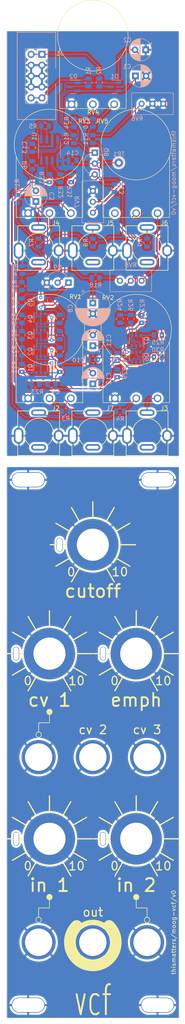
<source format=kicad_pcb>
(kicad_pcb (version 20221018) (generator pcbnew)
  (layers (0 "F.Cu" signal) (31 "B.Cu" signal) (34 "B.Paste" user) (35 "F.Paste" user) (36 "B.SilkS" user "B.Silkscreen") (37 "F.SilkS" user "F.Silkscreen") (38 "B.Mask" user) (39 "F.Mask" user) (44 "Edge.Cuts" user))
  (net 0 "")
  (net 1 "+12V")
  (net 2 "GND")
  (net 3 "-12V")
  (net 4 "Net-(Q5A-B1)")
  (net 5 "Net-(C3-Pad2)")
  (net 6 "Net-(Q4A-E1)")
  (net 7 "Net-(Q4B-E2)")
  (net 8 "Net-(Q3A-E1)")
  (net 9 "Net-(Q3B-E2)")
  (net 10 "Net-(Q2A-E1)")
  (net 11 "Net-(Q2B-E2)")
  (net 12 "Net-(Q1A-E1)")
  (net 13 "Net-(Q1B-E2)")
  (net 14 "Net-(C8-Pad1)")
  (net 15 "Net-(Q6A-B1)")
  (net 16 "Net-(Q6B-B2)")
  (net 17 "Net-(C11-Pad1)")
  (net 18 "/EMPH")
  (net 19 "Net-(Q6B-C2)")
  (net 20 "Net-(C12-Pad2)")
  (net 21 "Net-(D1-COM)")
  (net 22 "Net-(D2-COM)")
  (net 23 "/FACE")
  (net 24 "Net-(J1-Pin_1)")
  (net 25 "Net-(J1-Pin_10)")
  (net 26 "/IN1")
  (net 28 "/IN2")
  (net 30 "/CV1")
  (net 32 "/CV2")
  (net 34 "/CV3")
  (net 36 "/OUT")
  (net 38 "Net-(Q1A-B1)")
  (net 39 "Net-(Q2A-B1)")
  (net 40 "Net-(Q3A-B1)")
  (net 41 "Net-(Q4A-B1)")
  (net 42 "Net-(Q5A-E1)")
  (net 43 "Net-(Q5B-B2)")
  (net 44 "Net-(Q6A-E1)")
  (net 45 "Net-(Q6B-E2)")
  (net 46 "Net-(Q6A-C1)")
  (net 47 "Net-(Q7A-E1)")
  (net 48 "Net-(Q8-C)")
  (net 49 "Net-(Q8-B)")
  (net 50 "Net-(Q8-E)")
  (net 51 "Net-(Q9-C)")
  (net 52 "Net-(R3-Pad1)")
  (net 53 "Net-(U1A--)")
  (net 54 "Net-(R4-Pad1)")
  (net 55 "Net-(R5-Pad2)")
  (net 56 "Net-(R7-Pad1)")
  (net 57 "/FREQ")
  (net 58 "Net-(R11-Pad1)")
  (net 59 "Net-(R13-Pad1)")
  (net 60 "Net-(R18-Pad2)")
  (net 61 "Net-(U1B--)")
  (net 62 "Net-(R32-Pad1)")
  (net 63 "Net-(R34-Pad2)")
  (net 65 "Net-(RV5-Pad3)")
  (footprint "Eurorack:AudioJack2_Tayda_A-2566" (layer "F.Cu") (at 62.23 129.0634)
    (fp_text reference "J2")
    (fp_text value "AudioJack2_SwitchT")
  )
  (footprint "Eurorack:Potentiometer_RV16AF-41-15R1" (layer "F.Cu") (at 64.77 61.7534)
    (fp_text reference "RV3")
    (fp_text value "B50K")
  )
  (footprint "Eurorack:Potentiometer_RV16AF-41-15R1" (layer "F.Cu") (at 64.77 104.9334)
    (fp_text reference "RV1")
    (fp_text value "A50K")
  )
  (footprint "Eurorack:AudioJack2_Tayda_A-2566" (layer "F.Cu") (at 62.23 85.8834)
    (fp_text reference "J4")
    (fp_text value "AudioJack2_SwitchT")
  )
  (footprint "Eurorack:Mech-AudioJack-Hole-Output" (layer "F.Cu") (at 74.93 247.78)
    (fp_text reference "H15")
    (fp_text value "PATCH" hide)
  )
  (footprint "Eurorack:Mech-Potentiometer-Hole_level" (layer "F.Cu") (at 64.77 180.47)
    (fp_text reference "H6")
    (fp_text value "POT_LVL" hide)
  )
  (footprint "Eurorack:Mech-Potentiometer-Hole_level" (layer "F.Cu") (at 85.09 223.65)
    (fp_text reference "H9")
    (fp_text value "POT_LVL" hide)
  )
  (footprint "Eurorack:AudioJack2_Tayda_A-2566" (layer "F.Cu") (at 87.63 85.8834)
    (fp_text reference "J6")
    (fp_text value "AudioJack2_SwitchT")
  )
  (footprint "Eurorack:AudioJack2_Tayda_A-2566" (layer "F.Cu") (at 87.63 129.0634)
    (fp_text reference "J3")
    (fp_text value "AudioJack2_SwitchT")
  )
  (footprint "Eurorack:Mech-MountingHole" (layer "F.Cu") (at 59.78 262.43)
    (fp_text reference "H4")
    (fp_text value "MountingHole")
  )
  (footprint "Eurorack:Mech-AudioJack-Hole" (layer "F.Cu") (at 87.63 204.6)
    (fp_text reference "H12")
    (fp_text value "PATCH" hide)
  )
  (footprint "Eurorack:Potentiometer_RV16AF-41-15R1" (layer "F.Cu") (at 74.93 36.3534)
    (fp_text reference "RV4")
    (fp_text value "B10K")
  )
  (footprint "Eurorack:Potentiometer_RV16AF-41-15R1" (layer "F.Cu") (at 85.09 104.9334)
    (fp_text reference "RV2")
    (fp_text value "A50K")
  )
  (footprint "Eurorack:Mech-Potentiometer-Hole_level" (layer "F.Cu") (at 74.93 155.07)
    (fp_text reference "H5")
    (fp_text value "POT_LVL" hide)
  )
  (footprint "Eurorack:Mech-Potentiometer-Hole_level" (layer "F.Cu") (at 85.09 180.47)
    (fp_text reference "H7")
    (fp_text value "POT_LVL" hide)
  )
  (footprint "Eurorack:Mech-MountingHole" (layer "F.Cu") (at 90.08 262.43)
    (fp_text reference "H3")
    (fp_text value "MountingHole")
  )
  (footprint "Eurorack:Mech-AudioJack-Hole" (layer "F.Cu") (at 87.63 247.78)
    (fp_text reference "H14")
    (fp_text value "PATCH" hide)
  )
  (footprint "Eurorack:Mech-AudioJack-Hole" (layer "F.Cu") (at 74.93 204.6)
    (fp_text reference "H11")
    (fp_text value "PATCH" hide)
  )
  (footprint "Eurorack:Mech-Potentiometer-Hole_level" (layer "F.Cu") (at 64.77 223.65)
    (fp_text reference "H8")
    (fp_text value "POT_LVL" hide)
  )
  (footprint "Eurorack:Mech-MountingHole" (layer "F.Cu") (at 90.08 139.93)
    (fp_text reference "H2")
    (fp_text value "MountingHole")
  )
  (footprint "Eurorack:AudioJack2_Tayda_A-2566" (layer "F.Cu") (at 74.93 129.0634)
    (fp_text reference "J7")
    (fp_text value "AudioJack2_SwitchT")
  )
  (footprint "Eurorack:Potentiometer_RV16AF-41-15R1" (layer "F.Cu") (at 85.09 61.7534)
    (fp_text reference "RV5")
    (fp_text value "C50K")
  )
  (footprint "Eurorack:Mech-MountingHole" (layer "F.Cu") (at 59.78 139.93)
    (fp_text reference "H1")
    (fp_text value "MountingHole")
  )
  (footprint "Eurorack:Mech-AudioJack-Hole" (layer "F.Cu") (at 62.23 247.78)
    (fp_text reference "H13")
    (fp_text value "PATCH" hide)
  )
  (footprint "Eurorack:AudioJack2_Tayda_A-2566" (layer "F.Cu") (at 74.93 85.8834)
    (fp_text reference "J5")
    (fp_text value "AudioJack2_SwitchT")
  )
  (footprint "Eurorack:Mech-AudioJack-Hole" (layer "F.Cu") (at 62.23 204.6)
    (fp_text reference "H10")
    (fp_text value "PATCH" hide)
  )
  (footprint "Resistor_SMD:R_0805_2012Metric" (layer "B.Cu") (at 58.42 90.9634 -90)
    (fp_text reference "R14")
    (fp_text value "220")
  )
  (footprint "Resistor_SMD:R_0805_2012Metric" (layer "B.Cu") (at 75.565 92.8684)
    (fp_text reference "R18")
    (fp_text value "330")
  )
  (footprint "Package_SO:TSOP-6_1.65x3.05mm_P0.95mm" (layer "B.Cu") (at 85.09 111.2834 90)
    (fp_text reference "Q6")
    (fp_text value "BCM847")
  )
  (footprint "Resistor_SMD:R_0805_2012Metric" (layer "B.Cu") (at 70.485 60.4834 90)
    (fp_text reference "R12")
    (fp_text value "470")
  )
  (footprint "Resistor_SMD:R_0805_2012Metric" (layer "B.Cu") (at 60.706 66.5794 90)
    (fp_text reference "R6")
    (fp_text value "10K")
  )
  (footprint "Resistor_SMD:R_0805_2012Metric" (layer "B.Cu") (at 81.28 102.3934 90)
    (fp_text reference "R24")
    (fp_text value "220K")
  )
  (footprint "Capacitor_THT:CP_Radial_D5.0mm_P2.50mm" (layer "B.Cu") (at 61.595 75.023513 90)
    (fp_text reference "C3")
    (fp_text value "10u")
  )
  (footprint "Capacitor_SMD:C_0805_2012Metric" (layer "B.Cu") (at 67.183 102.3934 -90)
    (fp_text reference "C4")
    (fp_text value "47n")
  )
  (footprint "Resistor_SMD:R_0805_2012Metric" (layer "B.Cu") (at 86.36 102.3934 -90)
    (fp_text reference "R27")
    (fp_text value "220K")
  )
  (footprint "Package_TO_SOT_SMD:SOT-23" (layer "B.Cu") (at 80.01 48.2914 180)
    (fp_text reference "D1")
    (fp_text value "BAT54S")
  )
  (footprint "Resistor_SMD:R_0805_2012Metric" (layer "B.Cu") (at 58.293 113.8234 90)
    (fp_text reference "R22")
    (fp_text value "330")
  )
  (footprint "Package_SO:TSOP-6_1.65x3.05mm_P0.95mm" (layer "B.Cu") (at 62.738 98.5834 -90)
    (fp_text reference "Q5")
    (fp_text value "BCM847")
  )
  (footprint "Resistor_SMD:R_0805_2012Metric" (layer "B.Cu") (at 90.17 111.2834 180)
    (fp_text reference "R30")
    (fp_text value "47K")
  )
  (footprint "Resistor_SMD:R_0805_2012Metric" (layer "B.Cu") (at 58.293 98.5834 -90)
    (fp_text reference "R16")
    (fp_text value "1K")
  )
  (footprint "Capacitor_SMD:C_0805_2012Metric" (layer "B.Cu") (at 67.183 113.8234 -90)
    (fp_text reference "C7")
    (fp_text value "47n")
  )
  (footprint "Capacitor_THT:CP_Radial_D8.0mm_P2.50mm" (layer "B.Cu") (at 74.93 98.700749 -90)
    (fp_text reference "C8")
    (fp_text value "220u")
  )
  (footprint "Resistor_SMD:R_0805_2012Metric" (layer "B.Cu") (at 83.82 102.3934 -90)
    (fp_text reference "R26")
    (fp_text value "1K")
  )
  (footprint "Resistor_SMD:R_0805_2012Metric" (layer "B.Cu") (at 81.28 123.9834 180)
    (fp_text reference "R4")
    (fp_text value "120K")
  )
  (footprint "Resistor_SMD:R_0805_2012Metric" (layer "B.Cu") (at 67.31 69.6274 90)
    (fp_text reference "R32")
    (fp_text value "120K")
  )
  (footprint "Resistor_SMD:R_0805_2012Metric" (layer "B.Cu") (at 64.77 69.6274 90)
    (fp_text reference "R33")
    (fp_text value "1K")
  )
  (footprint "Package_TO_SOT_SMD:SOT-23" (layer "B.Cu") (at 70.358 48.2914 180)
    (fp_text reference "D2")
    (fp_text value "BAT54S")
  )
  (footprint "Resistor_SMD:R_0805_2012Metric" (layer "B.Cu") (at 58.293 110.0134 -90)
    (fp_text reference "R21")
    (fp_text value "150")
  )
  (footprint "Resistor_SMD:R_0805_2012Metric" (layer "B.Cu") (at 70.485 56.6734 90)
    (fp_text reference "R34")
    (fp_text value "680")
  )
  (footprint "Package_TO_SOT_THT:TO-92L_Inline_Wide" (layer "B.Cu") (at 69.225 93.9534 180)
    (fp_text reference "Q9")
    (fp_text value "BC547")
  )
  (footprint "Resistor_SMD:R_0805_2012Metric" (layer "B.Cu") (at 76.454 47.2754 90)
    (fp_text reference "R2")
    (fp_text value "10")
  )
  (footprint "Capacitor_SMD:C_0805_2012Metric" (layer "B.Cu") (at 70.165 65.405 180)
    (fp_text reference "C14")
    (fp_text value "100P")
  )
  (footprint "Capacitor_THT:CP_Radial_D5.0mm_P2.50mm" (layer "B.Cu") (at 84.900888 45.7514)
    (fp_text reference "C1")
    (fp_text value "22u 35V")
  )
  (footprint "Resistor_SMD:R_0805_2012Metric" (layer "B.Cu") (at 69.85 69.6274 90)
    (fp_text reference "R31")
    (fp_text value "56K")
  )
  (footprint "Package_SO:TSOP-6_1.65x3.05mm_P0.95mm" (layer "B.Cu") (at 62.738 106.2034 -90)
    (fp_text reference "Q3")
    (fp_text value "BCM847")
  )
  (footprint "Resistor_SMD:R_0805_2012Metric" (layer "B.Cu") (at 57.15 74.4534 90)
    (fp_text reference "R15")
    (fp_text value "470")
  )
  (footprint "Capacitor_SMD:C_0805_2012Metric" (layer "B.Cu") (at 74.93 111.9184)
    (fp_text reference "C10")
    (fp_text value "220n")
  )
  (footprint "Resistor_SMD:R_0805_2012Metric" (layer "B.Cu") (at 80.645 115.0934 -90)
    (fp_text reference "R29")
    (fp_text value "180")
  )
  (footprint "Capacitor_THT:CP_Radial_D5.0mm_P2.50mm" (layer "B.Cu") (at 74.93 108.678513 90)
    (fp_text reference "C11")
    (fp_text value "10u")
  )
  (footprint "Resistor_SMD:R_0805_2012Metric" (layer "B.Cu") (at 74.93 60.4834 -90)
    (fp_text reference "R11")
    (fp_text value "1.8K")
  )
  (footprint "Resistor_SMD:R_0805_2012Metric" (layer "B.Cu") (at 58.293 106.2034 -90)
    (fp_text reference "R20")
    (fp_text value "150")
  )
  (footprint "Resistor_SMD:R_0805_2012Metric" (layer "B.Cu") (at 61.468 117.6334 180)
    (fp_text reference "R23")
    (fp_text value "47K")
  )
  (footprint "Resistor_SMD:R_0805_2012Metric" (layer "B.Cu") (at 58.293 102.3934 -90)
    (fp_text reference "R19")
    (fp_text value "150")
  )
  (footprint "Capacitor_SMD:C_0805_2012Metric" (layer "B.Cu") (at 65.278 117.6334 180)
    (fp_text reference "C9")
    (fp_text value "220n")
  )
  (footprint "Package_SO:TSOP-6_1.65x3.05mm_P0.95mm" (layer "B.Cu") (at 62.738 102.3934 -90)
    (fp_text reference "Q4")
    (fp_text value "BCM847")
  )
  (footprint "Resistor_SMD:R_0805_2012Metric" (layer "B.Cu") (at 74.93 56.6734 -90)
    (fp_text reference "R10")
    (fp_text value "150K")
  )
  (footprint "Package_SO:TSOP-6_1.65x3.05mm_P0.95mm" (layer "B.Cu") (at 85.09 107.4734 90)
    (fp_text reference "Q7")
    (fp_text value "BCM847")
  )
  (footprint "Resistor_SMD:R_0805_2012Metric" (layer "B.Cu") (at 87.63 84.6134 -90)
    (fp_text reference "R9")
    (fp_text value "100K")
  )
  (footprint "Resistor_SMD:R_0805_2012Metric" (layer "B.Cu") (at 68.58 123.9834)
    (fp_text reference "R3")
    (fp_text value "120K")
  )
  (footprint "Resistor_SMD:R_0805_2012Metric" (layer "B.Cu") (at 63.754 57.4354 180)
    (fp_text reference "R5")
    (fp_text value "56K")
  )
  (footprint "Capacitor_THT:CP_Radial_D5.0mm_P2.50mm" (layer "B.Cu") (at 74.93 117.568513 90)
    (fp_text reference "C12")
    (fp_text value "10u")
  )
  (footprint "Potentiometer_THT:Potentiometer_Bourns_3296W_Vertical" (layer "B.Cu") (at 74.93 77.6384 -90)
    (fp_text reference "RV7")
    (fp_text value "10K")
  )
  (footprint "Resistor_SMD:R_0805_2012Metric" (layer "B.Cu") (at 80.01 71.9134 90)
    (fp_text reference "R13")
    (fp_text value "100K")
  )
  (footprint "Package_SO:TSOP-6_1.65x3.05mm_P0.95mm" (layer "B.Cu") (at 62.738 110.0134 -90)
    (fp_text reference "Q2")
    (fp_text value "BCM847")
  )
  (footprint "Package_TO_SOT_THT:TO-92L_Inline_Wide" (layer "B.Cu") (at 75.38 63.6484 -90)
    (fp_text reference "Q8")
    (fp_text value "BC557")
  )
  (footprint "Capacitor_SMD:C_0805_2012Metric" (layer "B.Cu") (at 60.706 62.5154 90)
    (fp_text reference "C13")
    (fp_text value "100n")
  )
  (footprint "Resistor_SMD:R_0805_2012Metric" (layer "B.Cu") (at 90.17 106.2034)
    (fp_text reference "R25")
    (fp_text value "22")
  )
  (footprint "Eurorack:PinHeader_2x05_P2.54mm_Vertical" (layer "B.Cu") (at 63.0047 40.7095 180)
    (fp_text reference "J1")
    (fp_text value "Conn_02x05_Odd_Even")
  )
  (footprint "Resistor_SMD:R_0805_2012Metric" (layer "B.Cu") (at 74.93 84.6134 -90)
    (fp_text reference "R8")
    (fp_text value "100K")
  )
  (footprint "Potentiometer_THT:Potentiometer_Bourns_3296W_Vertical" (layer "B.Cu") (at 81.27 93.5034 180)
    (fp_text reference "RV8")
    (fp_text value "1K")
  )
  (footprint "Capacitor_THT:CP_Radial_D5.0mm_P2.50mm" (layer "B.Cu") (at 87.311113 39.6554 180)
    (fp_text reference "C2")
    (fp_text value "22u 35V")
  )
  (footprint "TestPoint:TestPoint_THTPad_D2.0mm_Drill1.0mm" (layer "B.Cu") (at 81 66 180)
    (fp_text reference "TP1")
    (fp_text value "TestPoint")
  )
  (footprint "Resistor_SMD:R_0805_2012Metric" (layer "B.Cu") (at 58.293 94.7734 -90)
    (fp_text reference "R17")
    (fp_text value "150")
  )
  (footprint "Package_SO:SOIC-8_3.9x4.9mm_P1.27mm" (layer "B.Cu") (at 64.77 63.0234 -90)
    (fp_text reference "U1")
    (fp_text value "TL072")
  )
  (footprint "Package_SO:TSOP-6_1.65x3.05mm_P0.95mm" (layer "B.Cu") (at 62.738 113.8234 -90)
    (fp_text reference "Q1")
    (fp_text value "BCM847")
  )
  (footprint "Resistor_SMD:R_0805_2012Metric" (layer "B.Cu") (at 80.645 111.2834 90)
    (fp_text reference "R28")
    (fp_text value "1K")
  )
  (footprint "Capacitor_SMD:C_0805_2012Metric" (layer "B.Cu") (at 67.183 106.2034 -90)
    (fp_text reference "C5")
    (fp_text value "47n")
  )
  (footprint "Resistor_SMD:R_0805_2012Metric" (layer "B.Cu") (at 73.914 47.2754 90)
    (fp_text reference "R1")
    (fp_text value "10")
  )
  (footprint "Resistor_SMD:R_0805_2012Metric" (layer "B.Cu") (at 62.23 84.6134 -90)
    (fp_text reference "R7")
    (fp_text value "100K")
  )
  (footprint "Capacitor_SMD:C_0805_2012Metric" (layer "B.Cu") (at 67.183 110.0134 -90)
    (fp_text reference "C6")
    (fp_text value "47n")
  )
  (footprint "Potentiometer_THT:Potentiometer_Bourns_3296W_Vertical" (layer "B.Cu") (at 86.35 52.2284 180)
    (fp_text reference "RV6")
    (fp_text value "500")
  )
  (gr_line (start 62.23 196.596) (end 64.77 196.596) (stroke (width 0.15)) (layer "F.SilkS"))
  (gr_line (start 87.63 241.935) (end 87.63 239.776) (stroke (width 0.15)) (layer "F.SilkS"))
  (gr_circle (center 62.23 199.39) (end 62.865 199.39) (stroke (width 0.15)) (fill none) (layer "F.SilkS"))
  (gr_circle (center 64.77 237.236) (end 65.405 237.236) (stroke (width 0.15)) (fill solid) (layer "F.SilkS"))
  (gr_line (start 85.09 239.776) (end 85.09 236.855) (stroke (width 0.15)) (layer "F.SilkS"))
  (gr_line (start 62.23 239.776) (end 64.77 239.776) (stroke (width 0.15)) (layer "F.SilkS"))
  (gr_line (start 64.77 239.776) (end 64.77 236.855) (stroke (width 0.15)) (layer "F.SilkS"))
  (gr_line (start 64.77 196.596) (end 64.77 193.675) (stroke (width 0.15)) (layer "F.SilkS"))
  (gr_circle (center 87.63 242.57) (end 86.995 242.57) (stroke (width 0.15)) (fill none) (layer "F.SilkS"))
  (gr_line (start 62.23 198.755) (end 62.23 196.596) (stroke (width 0.15)) (layer "F.SilkS"))
  (gr_circle (center 62.23 242.57) (end 62.865 242.57) (stroke (width 0.15)) (fill none) (layer "F.SilkS"))
  (gr_line (start 62.23 241.935) (end 62.23 239.776) (stroke (width 0.15)) (layer "F.SilkS"))
  (gr_circle (center 64.77 194.056) (end 65.405 194.056) (stroke (width 0.15)) (fill solid) (layer "F.SilkS"))
  (gr_line (start 87.63 239.776) (end 85.09 239.776) (stroke (width 0.15)) (layer "F.SilkS"))
  (gr_circle (center 85.09 237.236) (end 84.455 237.236) (stroke (width 0.15)) (fill solid) (layer "F.SilkS"))
  (gr_rect (start 54.78 35.312) (end 95.08 134.39) (stroke (width 0.1)) (fill none) (layer "Edge.Cuts"))
  (gr_rect (start 54.78 136.93) (end 95.08 265.43) (stroke (width 0.1)) (fill none) (layer "Edge.Cuts"))
  (gr_text "thismatters/moog-vcf/v0" (at 94.43 58.43 90) (layer "B.SilkS") (effects (font (size 1 1)) (justify left bottom mirror)))
  (gr_text "cv 3" (at 87.63 199.39) (layer "F.SilkS") (effects (font (size 2 2) (thickness 0.3)) (justify bottom)))
  (gr_text "out" (at 74.93 241.935) (layer "F.SilkS") (effects (font (size 2 2) (thickness 0.3)) (justify bottom)))
  (gr_text "in 1" (at 64.77 236.22) (layer "F.SilkS") (effects (font (size 3 3) (thickness 0.45)) (justify bottom)))
  (gr_text "thismatters/moog-vcf/v0" (at 94.43 255.43 90) (layer "F.SilkS") (effects (font (size 1 1)) (justify left bottom)))
  (gr_text "vcf" (at 74.93 265.43) (layer "F.SilkS") (effects (font (size 7 4) (thickness 0.45)) (justify bottom)))
  (gr_text "emph" (at 85.09 193.04) (layer "F.SilkS") (effects (font (size 3 3) (thickness 0.45)) (justify bottom)))
  (gr_text "cv 1" (at 64.77 193.04) (layer "F.SilkS") (effects (font (size 3 3) (thickness 0.45)) (justify bottom)))
  (gr_text "cv 2" (at 74.93 199.39) (layer "F.SilkS") (effects (font (size 2 2) (thickness 0.3)) (justify bottom)))
  (gr_text "in 2\n" (at 85.09 236.22) (layer "F.SilkS") (effects (font (size 3 3) (thickness 0.45)) (justify bottom)))
  (gr_text "cutoff" (at 74.93 167.64) (layer "F.SilkS") (effects (font (size 3 3) (thickness 0.45)) (justify bottom)))
  (segment (start 80.645 116.0059) (end 77.957387 118.693513) (width 0.25) (layer "F.Cu") (net 1))
  (segment (start 67.945 116.3634) (end 70.275113 118.693513) (width 0.25) (layer "F.Cu") (net 1))
  (segment (start 85.28 83.532004) (end 85.28 91.6106) (width 0.25) (layer "F.Cu") (net 1))
  (segment (start 65.4 112.8) (end 65.3 112.7) (width 0.25) (layer "F.Cu") (net 1))
  (segment (start 91.0825 105.1825) (end 91.0825 106.2034) (width 0.25) (layer "F.Cu") (net 1))
  (segment (start 87.395 93.070546) (end 87.395 99.420596) (width 0.25) (layer "F.Cu") (net 1))
  (segment (start 65.4 116.3634) (end 59.9205 116.3634) (width 0.25) (layer "F.Cu") (net 1))
  (segment (start 84.27 79.312) (end 84.27 82.522004) (width 0.25) (layer "F.Cu") (net 1))
  (segment (start 85.597412 78.9784) (end 84.6036 78.9784) (width 0.25) (layer "F.Cu") (net 1))
  (segment (start 91.0825 106.2034) (end 91.0825 112.6061) (width 0.25) (layer "F.Cu") (net 1))
  (segment (start 86.315 78.260812) (end 85.597412 78.9784) (width 0.25) (layer "F.Cu") (net 1))
  (segment (start 84.900888 67.3668) (end 84.900888 67.667512) (width 0.25) (layer "F.Cu") (net 1))
  (segment (start 88.123103 102.223103) (end 91.0825 105.1825) (width 0.25) (layer "F.Cu") (net 1))
  (segment (start 86.076897 102.223103) (end 88.123103 102.223103) (width 0.25) (layer "F.Cu") (net 1))
  (segment (start 77.957387 118.693513) (end 70.275113 118.693513) (width 0.25) (layer "F.Cu") (net 1))
  (segment (start 67.945 116.3634) (end 65.4 116.3634) (width 0.25) (layer "F.Cu") (net 1))
  (segment (start 86.315 68.780912) (end 86.315 78.260812) (width 0.25) (layer "F.Cu") (net 1))
  (segment (start 84.900888 45.7514) (end 84.900888 67.3668) (width 0.25) (layer "F.Cu") (net 1))
  (segment (start 84.27 82.522004) (end 85.28 83.532004) (width 0.25) (layer "F.Cu") (net 1))
  (segment (start 84.900888 67.667512) (end 74.93 77.6384) (width 0.25) (layer "F.Cu") (net 1))
  (segment (start 91.0825 112.6061) (end 87.6827 116.0059) (width 0.25) (layer "F.Cu") (net 1))
  (segment (start 85.28 91.6106) (end 86.1278 92.4584) (width 0.25) (layer "F.Cu") (net 1))
  (segment (start 87.395 99.420596) (end 85.635 101.180595) (width 0.25) (layer "F.Cu") (net 1))
  (segment (start 87.6827 116.0059) (end 80.645 116.0059) (width 0.25) (layer "F.Cu") (net 1))
  (segment (start 86.1278 92.4584) (end 86.782854 92.4584) (width 0.25) (layer "F.Cu") (net 1))
  (segment (start 85.635 101.781205) (end 86.076897 102.223103) (width 0.25) (layer "F.Cu") (net 1))
  (segment (start 86.782854 92.4584) (end 87.395 93.070546) (width 0.25) (layer "F.Cu") (net 1))
  (segment (start 65.4 116.3634) (end 65.4 112.8) (width 0.25) (layer "F.Cu") (net 1))
  (segment (start 59.9205 116.3634) (end 58.293 114.7359) (width 0.25) (layer "F.Cu") (net 1))
  (segment (start 84.6036 78.9784) (end 84.27 79.312) (width 0.25) (layer "F.Cu") (net 1))
  (segment (start 85.635 101.180595) (end 85.635 101.781205) (width 0.25) (layer "F.Cu") (net 1))
  (segment (start 84.900888 67.3668) (end 86.315 68.780912) (width 0.25) (layer "F.Cu") (net 1))
  (via (at 91.0825 106.2034) (size 0.8) (drill 0.4) (layers "F.Cu" "B.Cu") (net 1))
  (via (at 80.645 116.0059) (size 0.8) (drill 0.4) (layers "F.Cu" "B.Cu") (net 1))
  (via (at 58.293 114.7359) (size 0.8) (drill 0.4) (layers "F.Cu" "B.Cu") (net 1))
  (via (at 65.3 112.7) (size 0.8) (drill 0.4) (layers "F.Cu" "B.Cu") (net 1))
  (segment (start 67.75 50.586396) (end 69.094996 49.2414) (width 0.25) (layer "B.Cu") (net 1))
  (segment (start 62.672 63.4654) (end 62.865 63.6584) (width 0.25) (layer "B.Cu") (net 1))
  (segment (start 66.0806 63.4654) (end 69.0626 60.4834) (width 0.25) (layer "B.Cu") (net 1))
  (segment (start 65.3 112.7) (end 63.7246 112.7) (width 0.25) (layer "B.Cu") (net 1))
  (segment (start 62.672 63.4654) (end 66.0806 63.4654) (width 0.25) (layer "B.Cu") (net 1))
  (segment (start 84.900888 46.448512) (end 84.900888 45.7514) (width 0.25) (layer "B.Cu") (net 1))
  (segment (start 62.865 63.6584) (end 62.865 65.4984) (width 0.25) (layer "B.Cu") (net 1))
  (segment (start 61.788 114.9834) (end 58.5405 114.9834) (width 0.25) (layer "B.Cu") (net 1))
  (segment (start 71.1051 60.4834) (end 71.51 60.0785) (width 0.25) (layer "B.Cu") (net 1))
  (segment (start 63.7246 112.7) (end 63.688 112.6634) (width 0.25) (layer "B.Cu") (net 1))
  (segment (start 69.0626 60.4834) (end 71.1051 60.4834) (width 0.25) (layer "B.Cu") (net 1))
  (segment (start 69.094996 49.2414) (end 71.2955 49.2414) (width 0.25) (layer "B.Cu") (net 1))
  (segment (start 71.2955 49.2414) (end 80.9475 49.2414) (width 0.25) (layer "B.Cu") (net 1))
  (segment (start 80.9475 49.2414) (end 82.108 49.2414) (width 0.25) (layer "B.Cu") (net 1))
  (segment (start 60.706 63.4654) (end 62.672 63.4654) (width 0.25) (layer "B.Cu") (net 1))
  (segment (start 71.51 58.6109) (end 70.485 57.5859) (width 0.25) (layer "B.Cu") (net 1))
  (segment (start 82.108 49.2414) (end 84.900888 46.448512) (width 0.25) (layer "B.Cu") (net 1))
  (segment (start 58.5405 114.9834) (end 58.293 114.7359) (width 0.25) (layer "B.Cu") (net 1))
  (segment (start 71.51 60.0785) (end 71.51 58.6109) (width 0.25) (layer "B.Cu") (net 1))
  (segment (start 69.136396 57.5859) (end 67.75 56.199504) (width 0.25) (layer "B.Cu") (net 1))
  (segment (start 70.485 57.5859) (end 69.136396 57.5859) (width 0.25) (layer "B.Cu") (net 1))
  (segment (start 67.75 56.199504) (end 67.75 50.586396) (width 0.25) (layer "B.Cu") (net 1))
  (segment (start 63.0047 43.2495) (end 60.4647 43.2495) (width 0.25) (layer "F.Cu") (net 2))
  (segment (start 88.5952 108.8704) (end 88.5952 108.464) (width 0.25) (layer "F.Cu") (net 2))
  (segment (start 63.0047 45.7895) (end 65.7479 45.7895) (width 0.25) (layer "F.Cu") (net 2))
  (segment (start 60.4647 43.2495) (end 60.4647 48.3295) (width 0.25) (layer "F.Cu") (net 2))
  (segment (start 63.0047 48.3295) (end 60.4647 48.3295) (width 0.25) (layer "F.Cu") (net 2))
  (via (at 88.5952 108.8704) (size 0.8) (drill 0.4) (layers "F.Cu" "B.Cu") (net 2))
  (segment (start 69.1216 65.4984) (end 69.215 65.405) (width 0.25) (layer "B.Cu") (net 2))
  (segment (start 69.03 55.8869) (end 69.8915 56.7484) (width 0.25) (layer "B.Cu") (net 2))
  (segment (start 71.1801 56.7484) (end 72.7 58.2683) (width 0.25) (layer "B.Cu") (net 2))
  (segment (start 69.8915 56.7484) (end 71.1801 56.7484) (width 0.25) (layer "B.Cu") (net 2))
  (segment (start 66.675 65.4984) (end 69.1216 65.4984) (width 0.25) (layer "B.Cu") (net 2))
  (segment (start 69.93 52.3534) (end 69.03 53.2534) (width 0.25) (layer "B.Cu") (net 2))
  (segment (start 91.0082 111.2834) (end 88.5952 108.8704) (width 0.25) (layer "B.Cu") (net 2))
  (segment (start 91.0825 111.2834) (end 91.0082 111.2834) (width 0.25) (layer "B.Cu") (net 2))
  (segment (start 72.7 58.2683) (end 72.7 58.6) (width 0.25) (layer "B.Cu") (net 2))
  (segment (start 69.03 53.2534) (end 69.03 55.8869) (width 0.25) (layer "B.Cu") (net 2))
  (segment (start 86.36 101.4809) (end 89.7636 98.0773) (width 0.25) (layer "F.Cu") (net 3))
  (segment (start 91.0844 91.3444) (end 91.0844 87.9154) (width 0.25) (layer "F.Cu") (net 3))
  (segment (start 89.7636 92.6652) (end 91.0844 91.3444) (width 0.25) (layer "F.Cu") (net 3))
  (segment (start 89.7636 86.5946) (end 89.7636 83.4704) (width 0.25) (layer "F.Cu") (net 3))
  (segment (start 89.7636 83.4704) (end 92.475 80.759) (width 0.25) (layer "F.Cu") (net 3))
  (segment (start 92.475 47.319286) (end 84.811113 39.6554) (width 0.25) (layer "F.Cu") (net 3))
  (segment (start 91.0844 87.9154) (end 89.7636 86.5946) (width 0.25) (layer "F.Cu") (net 3))
  (segment (start 92.475 80.759) (end 92.475 47.319286) (width 0.25) (layer "F.Cu") (net 3))
  (segment (start 89.7636 98.0773) (end 89.7636 92.6652) (width 0.25) (layer "F.Cu") (net 3))
  (via (at 86.36 101.4809) (size 0.8) (drill 0.4) (layers "F.Cu" "B.Cu") (net 3))
  (segment (start 80.9475 41.2579) (end 80.9475 47.3414) (width 0.25) (layer "B.Cu") (net 3))
  (segment (start 67.3 56.3859) (end 70.485 59.5709) (width 0.25) (layer "B.Cu") (net 3))
  (segment (start 67.3 50.4) (end 67.3 56.3859) (width 0.25) (layer "B.Cu") (net 3))
  (segment (start 69.338704 59.5709) (end 68.361204 60.5484) (width 0.25) (layer "B.Cu") (net 3))
  (segment (start 68.358 47.7514) (end 68.358 49.342) (width 0.25) (layer "B.Cu") (net 3))
  (segment (start 70.485 59.5709) (end 69.338704 59.5709) (width 0.25) (layer "B.Cu") (net 3))
  (segment (start 84.811113 39.6554) (end 82.55 39.6554) (width 0.25) (layer "B.Cu") (net 3))
  (segment (start 62.156 63.0154) (end 65.894204 63.0154) (width 0.25) (layer "B.Cu") (net 3))
  (segment (start 86.36 101.4809) (end 81.28 101.4809) (width 0.25) (layer "B.Cu") (net 3))
  (segment (start 68.358 49.342) (end 67.3 50.4) (width 0.25) (layer "B.Cu") (net 3))
  (segment (start 71.2955 47.3414) (end 68.768 47.3414) (width 0.25) (layer "B.Cu") (net 3))
  (segment (start 66.675 62.234604) (end 66.675 60.5484) (width 0.25) (layer "B.Cu") (net 3))
  (segment (start 68.361204 60.5484) (end 66.675 60.5484) (width 0.25) (layer "B.Cu") (net 3))
  (segment (start 71.2955 47.3414) (end 80.9475 47.3414) (width 0.25) (layer "B.Cu") (net 3))
  (segment (start 68.768 47.3414) (end 68.358 47.7514) (width 0.25) (layer "B.Cu") (net 3))
  (segment (start 65.894204 63.0154) (end 66.675 62.234604) (width 0.25) (layer "B.Cu") (net 3))
  (segment (start 60.706 61.5654) (end 62.156 63.0154) (width 0.25) (layer "B.Cu") (net 3))
  (segment (start 82.55 39.6554) (end 80.9475 41.2579) (width 0.25) (layer "B.Cu") (net 3))
  (segment (start 64.305 79.020812) (end 61.595 76.310812) (width 0.25) (layer "F.Cu") (net 4))
  (segment (start 61.595 76.310812) (end 61.595 75.023513) (width 0.25) (layer "F.Cu") (net 4))
  (segment (start 62.738 97.4234) (end 62.738 91.7254) (width 0.25) (layer "F.Cu") (net 4))
  (segment (start 64.305 90.1584) (end 64.305 79.020812) (width 0.25) (layer "F.Cu") (net 4))
  (segment (start 62.738 91.7254) (end 64.305 90.1584) (width 0.25) (layer "F.Cu") (net 4))
  (via (at 62.738 97.4234) (size 0.8) (drill 0.4) (layers "F.Cu" "B.Cu") (net 4))
  (segment (start 57.15 73.5409) (end 60.112387 73.5409) (width 0.25) (layer "B.Cu") (net 4))
  (segment (start 60.112387 73.5409) (end 61.595 75.023513) (width 0.25) (layer "B.Cu") (net 4))
  (segment (start 60.706 67.4919) (end 60.706 71.634513) (width 0.25) (layer "B.Cu") (net 5))
  (segment (start 60.706 71.634513) (end 61.595 72.523513) (width 0.25) (layer "B.Cu") (net 5))
  (segment (start 61.788 99.7434) (end 61.788 100.0484) (width 0.25) (layer "B.Cu") (net 6))
  (segment (start 61.788 100.0484) (end 62.158 100.4184) (width 0.25) (layer "B.Cu") (net 6))
  (segment (start 61.788 101.2334) (end 61.788 99.7434) (width 0.25) (layer "B.Cu") (net 6))
  (segment (start 62.158 100.4184) (end 66.158 100.4184) (width 0.25) (layer "B.Cu") (net 6))
  (segment (start 66.158 100.4184) (end 67.183 101.4434) (width 0.25) (layer "B.Cu") (net 6))
  (segment (start 63.898 103.3434) (end 63.688 103.5534) (width 0.25) (layer "B.Cu") (net 7))
  (segment (start 67.183 103.3434) (end 68.233 102.2934) (width 0.25) (layer "B.Cu") (net 7))
  (segment (start 64.7081 97.4234) (end 63.688 97.4234) (width 0.25) (layer "B.Cu") (net 7))
  (segment (start 68.233 100.9483) (end 64.7081 97.4234) (width 0.25) (layer "B.Cu") (net 7))
  (segment (start 67.183 103.3434) (end 63.898 103.3434) (width 0.25) (layer "B.Cu") (net 7))
  (segment (start 68.233 102.2934) (end 68.233 100.9483) (width 0.25) (layer "B.Cu") (net 7))
  (segment (start 61.788 103.5534) (end 61.788 104.1534) (width 0.25) (layer "B.Cu") (net 8))
  (segment (start 61.788 104.1534) (end 61.863 104.2284) (width 0.25) (layer "B.Cu") (net 8))
  (segment (start 61.788 105.0434) (end 61.788 103.5534) (width 0.25) (layer "B.Cu") (net 8))
  (segment (start 66.158 104.2284) (end 67.183 105.2534) (width 0.25) (layer "B.Cu") (net 8))
  (segment (start 61.863 104.2284) (end 66.158 104.2284) (width 0.25) (layer "B.Cu") (net 8))
  (segment (start 65.278 102.1394) (end 65.278 107.3634) (width 0.25) (layer "F.Cu") (net 9))
  (via (at 65.278 107.3634) (size 0.8) (drill 0.4) (layers "F.Cu" "B.Cu") (net 9))
  (via (at 65.278 102.1394) (size 0.8) (drill 0.4) (layers "F.Cu" "B.Cu") (net 9))
  (segment (start 63.688 107.3634) (end 65.278 107.3634) (width 0.25) (layer "B.Cu") (net 9))
  (segment (start 64.372 101.2334) (end 65.278 102.1394) (width 0.25) (layer "B.Cu") (net 9))
  (segment (start 63.688 101.2334) (end 64.372 101.2334) (width 0.25) (layer "B.Cu") (net 9))
  (segment (start 65.278 107.3634) (end 66.973 107.3634) (width 0.25) (layer "B.Cu") (net 9))
  (segment (start 66.973 107.3634) (end 67.183 107.1534) (width 0.25) (layer "B.Cu") (net 9))
  (segment (start 61.788 107.3634) (end 61.788 107.9634) (width 0.25) (layer "B.Cu") (net 10))
  (segment (start 61.788 107.9634) (end 62.003 108.1784) (width 0.25) (layer "B.Cu") (net 10))
  (segment (start 61.788 107.3634) (end 61.788 108.8534) (width 0.25) (layer "B.Cu") (net 10))
  (segment (start 66.298 108.1784) (end 67.183 109.0634) (width 0.25) (layer "B.Cu") (net 10))
  (segment (start 62.003 108.1784) (end 66.298 108.1784) (width 0.25) (layer "B.Cu") (net 10))
  (segment (start 63.688 111.1734) (end 66.973 111.1734) (width 0.25) (layer "B.Cu") (net 11))
  (segment (start 63.688 105.1384) (end 64.753 106.2034) (width 0.25) (layer "B.Cu") (net 11))
  (segment (start 66.973 111.1734) (end 67.183 110.9634) (width 0.25) (layer "B.Cu") (net 11))
  (segment (start 68.326 109.8204) (end 67.183 110.9634) (width 0.25) (layer "B.Cu") (net 11))
  (segment (start 63.688 105.0434) (end 63.688 105.1384) (width 0.25) (layer "B.Cu") (net 11))
  (segment (start 67.7781 106.2034) (end 68.326 106.7513) (width 0.25) (layer "B.Cu") (net 11))
  (segment (start 64.753 106.2034) (end 67.7781 106.2034) (width 0.25) (layer "B.Cu") (net 11))
  (segment (start 68.326 106.7513) (end 68.326 109.8204) (width 0.25) (layer "B.Cu") (net 11))
  (segment (start 73.98 111.9184) (end 73.025 112.8734) (width 0.25) (layer "B.Cu") (net 12))
  (segment (start 61.788 111.1734) (end 61.788 112.6634) (width 0.25) (layer "B.Cu") (net 12))
  (segment (start 66.158 111.8484) (end 67.183 112.8734) (width 0.25) (layer "B.Cu") (net 12))
  (segment (start 73.025 112.8734) (end 67.183 112.8734) (width 0.25) (layer "B.Cu") (net 12))
  (segment (start 61.788 111.1734) (end 61.788 111.7734) (width 0.25) (layer "B.Cu") (net 12))
  (segment (start 61.863 111.8484) (end 66.158 111.8484) (width 0.25) (layer "B.Cu") (net 12))
  (segment (start 61.788 111.7734) (end 61.863 111.8484) (width 0.25) (layer "B.Cu") (net 12))
  (segment (start 66.1416 112.0962) (end 66.1416 113.732) (width 0.25) (layer "F.Cu") (net 13))
  (segment (start 66.1416 113.732) (end 67.183 114.7734) (width 0.25) (layer "F.Cu") (net 13))
  (segment (start 65.278 111.2326) (end 66.1416 112.0962) (width 0.25) (layer "F.Cu") (net 13))
  (segment (start 65.278 109.7594) (end 65.278 111.2326) (width 0.25) (layer "F.Cu") (net 13))
  (via (at 65.278 109.7594) (size 0.8) (drill 0.4) (layers "F.Cu" "B.Cu") (net 13))
  (via (at 67.183 114.7734) (size 0.8) (drill 0.4) (layers "F.Cu" "B.Cu") (net 13))
  (segment (start 66.973 114.9834) (end 67.183 114.7734) (width 0.25) (layer "B.Cu") (net 13))
  (segment (start 67.183 114.7734) (end 66.228 115.7284) (width 0.25) (layer "B.Cu") (net 13))
  (segment (start 63.688 108.8534) (end 64.372 108.8534) (width 0.25) (layer "B.Cu") (net 13))
  (segment (start 63.688 114.9834) (end 66.973 114.9834) (width 0.25) (layer "B.Cu") (net 13))
  (segment (start 66.228 115.7284) (end 66.228 117.6334) (width 0.25) (layer "B.Cu") (net 13))
  (segment (start 64.372 108.8534) (end 65.278 109.7594) (width 0.25) (layer "B.Cu") (net 13))
  (segment (start 65.1764 90.9634) (end 61.595 90.9634) (width 0.25) (layer "B.Cu") (net 14))
  (segment (start 60.8076 83.3688) (end 60.8076 85.6361) (width 0.25) (layer "B.Cu") (net 14))
  (segment (start 58.293 93.8609) (end 58.293 92.0029) (width 0.25) (layer "B.Cu") (net 14))
  (segment (start 58.293 92.0029) (end 58.42 91.8759) (width 0.25) (layer "B.Cu") (net 14))
  (segment (start 64.9732 89.40632) (end 64.9732 90.7602) (width 0.25) (layer "B.Cu") (net 14))
  (segment (start 61.595 90.9634) (end 60.6825 91.8759) (width 0.25) (layer "B.Cu") (net 14))
  (segment (start 74.93 93.1459) (end 74.6525 92.8684) (width 0.25) (layer "B.Cu") (net 14))
  (segment (start 57.15 79.7112) (end 60.8076 83.3688) (width 0.25) (layer "B.Cu") (net 14))
  (segment (start 70.485 90.9634) (end 65.1764 90.9634) (width 0.25) (layer "B.Cu") (net 14))
  (segment (start 74.6525 92.8684) (end 72.39 92.8684) (width 0.25) (layer "B.Cu") (net 14))
  (segment (start 62.00908 86.4422) (end 64.9732 89.40632) (width 0.25) (layer "B.Cu") (net 14))
  (segment (start 61.6137 86.4422) (end 62.00908 86.4422) (width 0.25) (layer "B.Cu") (net 14))
  (segment (start 60.8076 85.6361) (end 61.6137 86.4422) (width 0.25) (layer "B.Cu") (net 14))
  (segment (start 58.42 91.8759) (end 60.6825 91.8759) (width 0.25) (layer "B.Cu") (net 14))
  (segment (start 64.9732 90.7602) (end 65.1764 90.9634) (width 0.25) (layer "B.Cu") (net 14))
  (segment (start 72.39 92.8684) (end 70.485 90.9634) (width 0.25) (layer "B.Cu") (net 14))
  (segment (start 74.93 98.700749) (end 74.93 93.1459) (width 0.25) (layer "B.Cu") (net 14))
  (segment (start 57.15 75.3659) (end 57.15 79.7112) (width 0.25) (layer "B.Cu") (net 14))
  (segment (start 64.328 117.6334) (end 65.388113 118.693513) (width 0.25) (layer "B.Cu") (net 15))
  (segment (start 84.9951 113.1884) (end 85.09 113.0935) (width 0.25) (layer "B.Cu") (net 15))
  (segment (start 81.28 115.0934) (end 83.185 113.1884) (width 0.25) (layer "B.Cu") (net 15))
  (segment (start 85.09 113.0935) (end 85.09 112.4434) (width 0.25) (layer "B.Cu") (net 15))
  (segment (start 76.409887 118.693513) (end 80.01 115.0934) (width 0.25) (layer "B.Cu") (net 15))
  (segment (start 64.328 117.6334) (end 62.3805 117.6334) (width 0.25) (layer "B.Cu") (net 15))
  (segment (start 83.185 113.1884) (end 84.9951 113.1884) (width 0.25) (layer "B.Cu") (net 15))
  (segment (start 80.01 115.0934) (end 81.28 115.0934) (width 0.25) (layer "B.Cu") (net 15))
  (segment (start 65.388113 118.693513) (end 76.409887 118.693513) (width 0.25) (layer "B.Cu") (net 15))
  (segment (start 81.6 112.125595) (end 81.625595 112.125595) (width 0.25) (layer "F.Cu") (net 16))
  (segment (start 76.2 111.9184) (end 76.6475 111.4709) (width 0.25) (layer "F.Cu") (net 16))
  (segment (start 87.3 113.8) (end 89.2575 111.8425) (width 0.25) (layer "F.Cu") (net 16))
  (segment (start 76.6475 111.4709) (end 80.945305 111.4709) (width 0.25) (layer "F.Cu") (net 16))
  (segment (start 80.945305 111.4709) (end 81.6 112.125595) (width 0.25) (layer "F.Cu") (net 16))
  (segment (start 89.2575 111.8425) (end 89.2575 111.2834) (width 0.25) (layer "F.Cu") (net 16))
  (segment (start 83.3 113.8) (end 87.3 113.8) (width 0.25) (layer "F.Cu") (net 16))
  (segment (start 81.625595 112.125595) (end 83.3 113.8) (width 0.25) (layer "F.Cu") (net 16))
  (via (at 89.2575 111.2834) (size 0.8) (drill 0.4) (layers "F.Cu" "B.Cu") (net 16))
  (via (at 76.2 111.9184) (size 0.8) (drill 0.4) (layers "F.Cu" "B.Cu") (net 16))
  (segment (start 85.65 111.2834) (end 89.2575 111.2834) (width 0.25) (layer "B.Cu") (net 16))
  (segment (start 75.88 111.9184) (end 76.2 111.9184) (width 0.25) (layer "B.Cu") (net 16))
  (segment (start 85.09 110.7234) (end 85.65 111.2834) (width 0.25) (layer "B.Cu") (net 16))
  (segment (start 85.09 110.1234) (end 85.09 110.7234) (width 0.25) (layer "B.Cu") (net 16))
  (segment (start 80.645 110.3709) (end 79.62 111.3959) (width 0.25) (layer "B.Cu") (net 17))
  (segment (start 74.93 108.678513) (end 78.952613 108.678513) (width 0.25) (layer "B.Cu") (net 17))
  (segment (start 78.952613 108.678513) (end 80.645 110.3709) (width 0.25) (layer "B.Cu") (net 17))
  (segment (start 79.62 113.1559) (end 80.645 114.1809) (width 0.25) (layer "B.Cu") (net 17))
  (segment (start 79.62 111.3959) (end 79.62 113.1559) (width 0.25) (layer "B.Cu") (net 17))
  (segment (start 84.83 92.40915) (end 85.305 92.88415) (width 0.25) (layer "F.Cu") (net 18))
  (segment (start 85.305 94.848918) (end 75.964259 104.189659) (width 0.25) (layer "F.Cu") (net 18))
  (segment (start 84.83 83.7184) (end 84.83 92.40915) (width 0.25) (layer "F.Cu") (net 18))
  (segment (start 83.82 82.7084) (end 84.83 83.7184) (width 0.25) (layer "F.Cu") (net 18))
  (segment (start 85.305 92.88415) (end 85.305 94.848918) (width 0.25) (layer "F.Cu") (net 18))
  (segment (start 75.964259 104.189659) (end 75.964259 105.144254) (width 0.25) (layer "F.Cu") (net 18))
  (segment (start 75.964259 105.144254) (end 74.93 106.178513) (width 0.25) (layer "F.Cu") (net 18))
  (segment (start 85.09 77.7534) (end 83.82 79.0234) (width 0.25) (layer "F.Cu") (net 18))
  (segment (start 83.82 79.0234) (end 83.82 82.7084) (width 0.25) (layer "F.Cu") (net 18))
  (segment (start 74.93 117.568513) (end 80.302613 112.1959) (width 0.25) (layer "F.Cu") (net 19))
  (segment (start 80.302613 112.1959) (end 80.645 112.1959) (width 0.25) (layer "F.Cu") (net 19))
  (via (at 80.645 112.1959) (size 0.8) (drill 0.4) (layers "F.Cu" "B.Cu") (net 19))
  (segment (start 83.845 108.9284) (end 84.14 108.6334) (width 0.25) (layer "B.Cu") (net 19))
  (segment (start 82.435204 108.9284) (end 83.845 108.9284) (width 0.25) (layer "B.Cu") (net 19))
  (segment (start 80.645 112.1959) (end 81.7 111.1409) (width 0.25) (layer "B.Cu") (net 19))
  (segment (start 80.645 112.1959) (end 83.8925 112.1959) (width 0.25) (layer "B.Cu") (net 19))
  (segment (start 81.7 111.1409) (end 81.7 109.663604) (width 0.25) (layer "B.Cu") (net 19))
  (segment (start 81.7 109.663604) (end 82.435204 108.9284) (width 0.25) (layer "B.Cu") (net 19))
  (segment (start 83.8925 112.1959) (end 84.14 112.4434) (width 0.25) (layer "B.Cu") (net 19))
  (segment (start 73.354943 113.493457) (end 74.93 115.068513) (width 0.25) (layer "F.Cu") (net 20))
  (segment (start 75.62028 70.0084) (end 74.295 70.0084) (width 0.25) (layer "F.Cu") (net 20))
  (segment (start 69.85 70.5399) (end 72.9215 67.4684) (width 0.25) (layer "F.Cu") (net 20))
  (segment (start 84.855 94.662522) (end 73.354943 106.162579) (width 0.25) (layer "F.Cu") (net 20))
  (segment (start 72.9215 67.4684) (end 76.03028 67.4684) (width 0.25) (layer "F.Cu") (net 20))
  (segment (start 76.03028 67.4684) (end 76.455 67.89312) (width 0.25) (layer "F.Cu") (net 20))
  (segment (start 71.755 72.5484) (end 71.755 78.2634) (width 0.25) (layer "F.Cu") (net 20))
  (segment (start 73.5 80.0084) (end 80.41 80.0084) (width 0.25) (layer "F.Cu") (net 20))
  (segment (start 74.295 70.0084) (end 71.755 72.5484) (width 0.25) (layer "F.Cu") (net 20))
  (segment (start 73.354943 106.162579) (end 73.354943 113.493457) (width 0.25) (layer "F.Cu") (net 20))
  (segment (start 76.455 69.17368) (end 75.62028 70.0084) (width 0.25) (layer "F.Cu") (net 20))
  (segment (start 84.855 93.070546) (end 84.855 94.662522) (width 0.25) (layer "F.Cu") (net 20))
  (segment (start 76.455 67.89312) (end 76.455 69.17368) (width 0.25) (layer "F.Cu") (net 20))
  (segment (start 84.38 83.9784) (end 84.38 92.595546) (width 0.25) (layer "F.Cu") (net 20))
  (segment (start 80.41 80.0084) (end 84.38 83.9784) (width 0.25) (layer "F.Cu") (net 20))
  (segment (start 84.38 92.595546) (end 84.855 93.070546) (width 0.25) (layer "F.Cu") (net 20))
  (segment (start 71.755 78.2634) (end 73.5 80.0084) (width 0.25) (layer "F.Cu") (net 20))
  (via (at 69.85 70.5399) (size 0.8) (drill 0.4) (layers "F.Cu" "B.Cu") (net 20))
  (segment (start 76.454 48.1879) (end 78.969 48.1879) (width 0.25) (layer "B.Cu") (net 21))
  (segment (start 78.969 48.1879) (end 79.0725 48.2914) (width 0.25) (layer "B.Cu") (net 21))
  (segment (start 69.524 48.1879) (end 69.4205 48.2914) (width 0.25) (layer "B.Cu") (net 22))
  (segment (start 73.914 48.1879) (end 69.524 48.1879) (width 0.25) (layer "B.Cu") (net 22))
  (segment (start 76.454 43.7194) (end 76.454 46.3629) (width 0.25) (layer "B.Cu") (net 24))
  (segment (start 63.0047 40.7095) (end 73.4441 40.7095) (width 0.25) (layer "B.Cu") (net 24))
  (segment (start 73.4441 40.7095) (end 76.454 43.7194) (width 0.25) (layer "B.Cu") (net 24))
  (segment (start 63.0047 40.7095) (end 60.4647 40.7095) (width 0.25) (layer "B.Cu") (net 24))
  (segment (start 63.0047 50.8695) (end 67.1578 46.7164) (width 0.25) (layer "B.Cu") (net 25))
  (segment (start 73.1371 46.3629) (end 73.914 46.3629) (width 0.25) (layer "B.Cu") (net 25))
  (segment (start 63.0047 50.8695) (end 60.4647 50.8695) (width 0.25) (layer "B.Cu") (net 25))
  (segment (start 67.1578 46.7164) (end 72.7836 46.7164) (width 0.25) (layer "B.Cu") (net 25))
  (segment (start 72.7836 46.7164) (end 73.1371 46.3629) (width 0.25) (layer "B.Cu") (net 25))
  (segment (start 68.655 124.6785) (end 68.655 122.0484) (width 0.25) (layer "B.Cu") (net 26))
  (segment (start 68.3251 125.0084) (end 68.655 124.6785) (width 0.25) (layer "B.Cu") (net 26))
  (segment (start 66.086396 124.8884) (end 66.206396 125.0084) (width 0.25) (layer "B.Cu") (net 26))
  (segment (start 68.655 122.0484) (end 69.77 120.9334) (width 0.25) (layer "B.Cu") (net 26))
  (segment (start 62.23 124.2634) (end 62.855 124.8884) (width 0.25) (layer "B.Cu") (net 26))
  (segment (start 66.206396 125.0084) (end 68.3251 125.0084) (width 0.25) (layer "B.Cu") (net 26))
  (segment (start 62.855 124.8884) (end 66.086396 124.8884) (width 0.25) (layer "B.Cu") (net 26))
  (segment (start 87.63 121.4434) (end 88.14 120.9334) (width 0.25) (layer "B.Cu") (net 28))
  (segment (start 87.63 121.4434) (end 87.63 124.2634) (width 0.25) (layer "B.Cu") (net 28))
  (segment (start 88.14 120.9334) (end 90.09 120.9334) (width 0.25) (layer "B.Cu") (net 28))
  (segment (start 62.23 81.0834) (end 62.23 76.638512) (width 0.25) (layer "B.Cu") (net 30))
  (segment (start 62.23 76.638512) (end 63.568513 75.3) (width 0.25) (layer "B.Cu") (net 30))
  (segment (start 67.3166 75.3) (end 69.77 77.7534) (width 0.25) (layer "B.Cu") (net 30))
  (segment (start 63.568513 75.3) (end 67.3166 75.3) (width 0.25) (layer "B.Cu") (net 30))
  (segment (start 74.93 83.7009) (end 74.93 81.0834) (width 0.25) (layer "B.Cu") (net 32))
  (segment (start 87.63 83.7009) (end 87.63 81.0834) (width 0.25) (layer "B.Cu") (net 34))
  (segment (start 74.93 124.2634) (end 73.305 124.2634) (width 0.25) (layer "F.Cu") (net 36))
  (segment (start 59.055 119.5384) (end 56.515 116.9984) (width 0.25) (layer "F.Cu") (net 36))
  (segment (start 71.755 122.7134) (end 69.817588 122.7134) (width 0.25) (layer "F.Cu") (net 36))
  (segment (start 69.817588 122.7134) (end 66.642588 119.5384) (width 0.25) (layer "F.Cu") (net 36))
  (segment (start 56.515 116.9984) (end 56.515 89.6934) (width 0.25) (layer "F.Cu") (net 36))
  (segment (start 66.642588 119.5384) (end 59.055 119.5384) (width 0.25) (layer "F.Cu") (net 36))
  (segment (start 73.305 124.2634) (end 71.755 122.7134) (width 0.25) (layer "F.Cu") (net 36))
  (segment (start 56.515 89.6934) (end 55.88 89.0584) (width 0.25) (layer "F.Cu") (net 36))
  (segment (start 55.88 75.0884) (end 60.4285 70.5399) (width 0.25) (layer "F.Cu") (net 36))
  (segment (start 60.4285 70.5399) (end 64.77 70.5399) (width 0.25) (layer "F.Cu") (net 36))
  (segment (start 55.88 89.0584) (end 55.88 75.0884) (width 0.25) (layer "F.Cu") (net 36))
  (via (at 64.77 70.5399) (size 0.8) (drill 0.4) (layers "F.Cu" "B.Cu") (net 36))
  (segment (start 58.7205 113.3384) (end 62.663 113.3384) (width 0.25) (layer "B.Cu") (net 38))
  (segment (start 62.663 113.3384) (end 62.738 113.2634) (width 0.25) (layer "B.Cu") (net 38))
  (segment (start 62.738 112.6634) (end 62.738 114.9834) (width 0.25) (layer "B.Cu") (net 38))
  (segment (start 58.293 110.9259) (end 58.293 112.9109) (width 0.25) (layer "B.Cu") (net 38))
  (segment (start 62.738 113.2634) (end 62.738 112.6634) (width 0.25) (layer "B.Cu") (net 38))
  (segment (start 58.293 112.9109) (end 58.7205 113.3384) (width 0.25) (layer "B.Cu") (net 38))
  (segment (start 58.293 109.1009) (end 58.7205 109.5284) (width 0.25) (layer "B.Cu") (net 39))
  (segment (start 58.293 107.1159) (end 58.293 109.1009) (width 0.25) (layer "B.Cu") (net 39))
  (segment (start 62.663 109.5284) (end 62.738 109.4534) (width 0.25) (layer "B.Cu") (net 39))
  (segment (start 62.738 109.4534) (end 62.738 108.8534) (width 0.25) (layer "B.Cu") (net 39))
  (segment (start 62.738 108.8534) (end 62.738 111.1734) (width 0.25) (layer "B.Cu") (net 39))
  (segment (start 58.7205 109.5284) (end 62.663 109.5284) (width 0.25) (layer "B.Cu") (net 39))
  (segment (start 62.738 105.6434) (end 62.738 105.0434) (width 0.25) (layer "B.Cu") (net 40))
  (segment (start 62.738 105.0434) (end 62.738 107.3634) (width 0.25) (layer "B.Cu") (net 40))
  (segment (start 58.7205 105.7184) (end 62.663 105.7184) (width 0.25) (layer "B.Cu") (net 40))
  (segment (start 58.293 103.3059) (end 58.293 105.2909) (width 0.25) (layer "B.Cu") (net 40))
  (segment (start 62.663 105.7184) (end 62.738 105.6434) (width 0.25) (layer "B.Cu") (net 40))
  (segment (start 58.293 105.2909) (end 58.7205 105.7184) (width 0.25) (layer "B.Cu") (net 40))
  (segment (start 57.268 100.4559) (end 57.268 96.7109) (width 0.25) (layer "B.Cu") (net 41))
  (segment (start 62.738 101.2334) (end 62.738 103.5534) (width 0.25) (layer "B.Cu") (net 41))
  (segment (start 57.268 96.7109) (end 58.293 95.6859) (width 0.25) (layer "B.Cu") (net 41))
  (segment (start 58.7205 101.9084) (end 62.663 101.9084) (width 0.25) (layer "B.Cu") (net 41))
  (segment (start 58.293 101.4809) (end 58.7205 101.9084) (width 0.25) (layer "B.Cu") (net 41))
  (segment (start 62.663 101.9084) (end 62.738 101.8334) (width 0.25) (layer "B.Cu") (net 41))
  (segment (start 58.293 101.4809) (end 57.268 100.4559) (width 0.25) (layer "B.Cu") (net 41))
  (segment (start 62.738 101.8334) (end 62.738 101.2334) (width 0.25) (layer "B.Cu") (net 41))
  (segment (start 61.788 97.4234) (end 61.788 98.0234) (width 0.25) (layer "B.Cu") (net 42))
  (segment (start 58.7775 99.4959) (end 60.85 97.4234) (width 0.25) (layer "B.Cu") (net 42))
  (segment (start 61.788 98.0234) (end 62.348 98.5834) (width 0.25) (layer "B.Cu") (net 42))
  (segment (start 63.128 98.5834) (end 63.688 99.1434) (width 0.25) (layer "B.Cu") (net 42))
  (segment (start 60.85 97.4234) (end 61.788 97.4234) (width 0.25) (layer "B.Cu") (net 42))
  (segment (start 58.293 99.4959) (end 58.7775 99.4959) (width 0.25) (layer "B.Cu") (net 42))
  (segment (start 63.688 99.1434) (end 63.688 99.7434) (width 0.25) (layer "B.Cu") (net 42))
  (segment (start 62.348 98.5834) (end 63.128 98.5834) (width 0.25) (layer "B.Cu") (net 42))
  (segment (start 62.738 99.6939) (end 63.2135 99.2184) (width 0.25) (layer "F.Cu") (net 43))
  (segment (start 79.737651 97.575749) (end 67.31 97.575749) (width 0.25) (layer "F.Cu") (net 43))
  (segment (start 63.2135 99.2184) (end 65.667349 99.2184) (width 0.25) (layer "F.Cu") (net 43))
  (segment (start 65.667349 99.2184) (end 67.31 97.575749) (width 0.25) (layer "F.Cu") (net 43))
  (segment (start 83.81 93.5034) (end 79.737651 97.575749) (width 0.25) (layer "F.Cu") (net 43))
  (via (at 62.738 99.6939) (size 0.8) (drill 0.4) (layers "F.Cu" "B.Cu") (net 43))
  (segment (start 84.945 109.3784) (end 82.6216 109.3784) (width 0.25) (layer "B.Cu") (net 44))
  (segment (start 85.09 108.6334) (end 85.09 109.2334) (width 0.25) (layer "B.Cu") (net 44))
  (segment (start 83.56 104.6734) (end 82.1925 103.3059) (width 0.25) (layer "B.Cu") (net 44))
  (segment (start 85.09 109.2334) (end 84.945 109.3784) (width 0.25) (layer "B.Cu") (net 44))
  (segment (start 85.09 108.6334) (end 85.09 108.499796) (width 0.25) (layer "B.Cu") (net 44))
  (segment (start 83.56 106.969796) (end 83.56 104.6734) (width 0.25) (layer "B.Cu") (net 44))
  (segment (start 85.9425 111.7459) (end 86.04 111.8434) (width 0.25) (layer "B.Cu") (net 44))
  (segment (start 82.1925 103.3059) (end 81.28 103.3059) (width 0.25) (layer "B.Cu") (net 44))
  (segment (start 82.15 110.403705) (end 83.492195 111.7459) (width 0.25) (layer "B.Cu") (net 44))
  (segment (start 82.15 109.85) (end 82.15 110.403705) (width 0.25) (layer "B.Cu") (net 44))
  (segment (start 86.04 111.8434) (end 86.04 112.4434) (width 0.25) (layer "B.Cu") (net 44))
  (segment (start 83.492195 111.7459) (end 85.9425 111.7459) (width 0.25) (layer "B.Cu") (net 44))
  (segment (start 85.09 108.499796) (end 83.56 106.969796) (width 0.25) (layer "B.Cu") (net 44))
  (segment (start 82.6216 109.3784) (end 82.15 109.85) (width 0.25) (layer "B.Cu") (net 44))
  (segment (start 86.36 103.3059) (end 86.1941 103.3059) (width 0.25) (layer "F.Cu") (net 45))
  (segment (start 82.3 109.5284) (end 82.898099 110.126499) (width 0.25) (layer "F.Cu") (net 45))
  (segment (start 83.3 104.8) (end 82.3 105.8) (width 0.25) (layer "F.Cu") (net 45))
  (segment (start 86.1941 103.3059) (end 84.7 104.8) (width 0.25) (layer "F.Cu") (net 45))
  (segment (start 82.3 105.8) (end 82.3 109.5284) (width 0.25) (layer "F.Cu") (net 45))
  (segment (start 84.7 104.8) (end 83.3 104.8) (width 0.25) (layer "F.Cu") (net 45))
  (via (at 82.898099 110.126499) (size 0.8) (drill 0.4) (layers "F.Cu" "B.Cu") (net 45))
  (via (at 86.36 103.3059) (size 0.8) (drill 0.4) (layers "F.Cu" "B.Cu") (net 45))
  (segment (start 85.09 104.5759) (end 85.09 106.3134) (width 0.25) (layer "B.Cu") (net 45))
  (segment (start 82.898099 110.126499) (end 84.136901 110.126499) (width 0.25) (layer "B.Cu") (net 45))
  (segment (start 84.136901 110.126499) (end 84.14 110.1234) (width 0.25) (layer "B.Cu") (net 45))
  (segment (start 86.36 103.3059) (end 85.09 104.5759) (width 0.25) (layer "B.Cu") (net 45))
  (segment (start 86.15 106.2034) (end 86.04 106.3134) (width 0.25) (layer "B.Cu") (net 46))
  (segment (start 86.04 110.1234) (end 86.995 109.1684) (width 0.25) (layer "B.Cu") (net 46))
  (segment (start 89.2575 106.2034) (end 86.15 106.2034) (width 0.25) (layer "B.Cu") (net 46))
  (segment (start 86.995 109.1684) (end 86.995 107.2684) (width 0.25) (layer "B.Cu") (net 46))
  (segment (start 86.995 107.2684) (end 86.04 106.3134) (width 0.25) (layer "B.Cu") (net 46))
  (segment (start 86.04 108.1694) (end 86.04 108.6334) (width 0.25) (layer "B.Cu") (net 47))
  (segment (start 84.14 106.3134) (end 84.14 103.6259) (width 0.25) (layer "B.Cu") (net 47))
  (segment (start 85.598 107.7274) (end 86.04 108.1694) (width 0.25) (layer "B.Cu") (net 47))
  (segment (start 84.954 107.7274) (end 85.598 107.7274) (width 0.25) (layer "B.Cu") (net 47))
  (segment (start 84.14 106.3134) (end 84.14 106.9134) (width 0.25) (layer "B.Cu") (net 47))
  (segment (start 84.14 106.9134) (end 84.954 107.7274) (width 0.25) (layer "B.Cu") (net 47))
  (segment (start 84.14 103.6259) (end 83.82 103.3059) (width 0.25) (layer "B.Cu") (net 47))
  (segment (start 70.485 61.3959) (end 71.7785 61.3959) (width 0.25) (layer "B.Cu") (net 48))
  (segment (start 71.7785 61.3959) (end 74.031 63.6484) (width 0.25) (layer "B.Cu") (net 48))
  (segment (start 74.031 63.6484) (end 75.38 63.6484) (width 0.25) (layer "B.Cu") (net 48))
  (segment (start 74.93 61.3959) (end 73.905 60.3709) (width 0.25) (layer "B.Cu") (net 49))
  (segment (start 75.8425 61.3959) (end 74.93 61.3959) (width 0.25) (layer "B.Cu") (net 49))
  (segment (start 71.45 82.7084) (end 73.025 84.2834) (width 0.25) (layer "B.Cu") (net 49))
  (segment (start 66.04 82.7084) (end 71.45 82.7084) (width 0.25) (layer "B.Cu") (net 49))
  (segment (start 77.8 84.2834) (end 78.74 83.3434) (width 0.25) (layer "B.Cu") (net 49))
  (segment (start 81 66) (end 75.5684 66) (width 0.25) (layer "B.Cu") (net 49))
  (segment (start 62.23 85.5259) (end 63.4725 84.2834) (width 0.25) (layer "B.Cu") (net 49))
  (segment (start 73.025 84.2834) (end 73.6875 84.2834) (width 0.25) (layer "B.Cu") (net 49))
  (segment (start 76.455 67.2634) (end 76.455 69.167004) (width 0.25) (layer "B.Cu") (net 49))
  (segment (start 75.38 66.1884) (end 76.455 65.1134) (width 0.25) (layer "B.Cu") (net 49))
  (segment (start 64.465 84.2834) (end 66.04 82.7084) (width 0.25) (layer "B.Cu") (net 49))
  (segment (start 75.38 66.1884) (end 76.455 67.2634) (width 0.25) (layer "B.Cu") (net 49))
  (segment (start 81.915 71.3733) (end 81.915 83.3434) (width 0.25) (layer "B.Cu") (net 49))
  (segment (start 76.455 69.167004) (end 77.296396 70.0084) (width 0.25) (layer "B.Cu") (net 49))
  (segment (start 81.915 83.3434) (end 85.4475 83.3434) (width 0.25) (layer "B.Cu") (net 49))
  (segment (start 76.1725 84.2834) (end 74.93 85.5259) (width 0.25) (layer "B.Cu") (net 49))
  (segment (start 73.6875 84.2834) (end 74.93 85.5259) (width 0.25) (layer "B.Cu") (net 49))
  (segment (start 77.296396 70.0084) (end 80.5501 70.0084) (width 0.25) (layer "B.Cu") (net 49))
  (segment (start 75.5684 66) (end 75.38 66.1884) (width 0.25) (layer "B.Cu") (net 49))
  (segment (start 63.4725 84.2834) (end 64.465 84.2834) (width 0.25) (layer "B.Cu") (net 49))
  (segment (start 71.115 65.405) (end 71.8984 66.1884) (width 0.25) (layer "B.Cu") (net 49))
  (segment (start 80.5501 70.0084) (end 81.915 71.3733) (width 0.25) (layer "B.Cu") (net 49))
  (segment (start 76.1725 84.2834) (end 77.8 84.2834) (width 0.25) (layer "B.Cu") (net 49))
  (segment (start 76.455 62.0084) (end 75.8425 61.3959) (width 0.25) (layer "B.Cu") (net 49))
  (segment (start 73.905 60.3709) (end 73.905 58.6109) (width 0.25) (layer "B.Cu") (net 49))
  (segment (start 71.8984 66.1884) (end 75.38 66.1884) (width 0.25) (layer "B.Cu") (net 49))
  (segment (start 85.4475 83.3434) (end 87.63 85.5259) (width 0.25) (layer "B.Cu") (net 49))
  (segment (start 76.455 65.1134) (end 76.455 62.0084) (width 0.25) (layer "B.Cu") (net 49))
  (segment (start 78.74 83.3434) (end 81.915 83.3434) (width 0.25) (layer "B.Cu") (net 49))
  (segment (start 73.905 58.6109) (end 74.93 57.5859) (width 0.25) (layer "B.Cu") (net 49))
  (segment (start 68.38 81.2606) (end 68.38 92.2584) (width 0.25) (layer "F.Cu") (net 50))
  (segment (start 75.38 68.7284) (end 74.938604 68.7284) (width 0.25) (layer "F.Cu") (net 50))
  (segment (start 68.38 92.2584) (end 66.685 93.9534) (width 0.25) (layer "F.Cu") (net 50))
  (segment (start 67.7672 75.899804) (end 67.7672 80.6478) (width 0.25) (layer "F.Cu") (net 50))
  (segment (start 74.938604 68.7284) (end 67.7672 75.899804) (width 0.25) (layer "F.Cu") (net 50))
  (segment (start 67.7672 80.6478) (end 68.38 81.2606) (width 0.25) (layer "F.Cu") (net 50))
  (segment (start 75.38 68.7284) (end 77.6525 71.0009) (width 0.25) (layer "B.Cu") (net 50))
  (segment (start 77.6525 71.0009) (end 80.01 71.0009) (width 0.25) (layer "B.Cu") (net 50))
  (segment (start 59.2855 96.6784) (end 58.293 97.6709) (width 0.25) (layer "B.Cu") (net 51))
  (segment (start 66.5 96.6784) (end 59.2855 96.6784) (width 0.25) (layer "B.Cu") (net 51))
  (segment (start 69.225 93.9534) (end 66.5 96.6784) (width 0.25) (layer "B.Cu") (net 51))
  (segment (start 64.77 120.9334) (end 67.6675 123.8309) (width 0.25) (layer "B.Cu") (net 52))
  (segment (start 67.6675 123.8309) (end 67.6675 123.9834) (width 0.25) (layer "B.Cu") (net 52))
  (segment (start 60.256 71.3474) (end 60.256 69.3044) (width 0.25) (layer "B.Cu") (net 53))
  (segment (start 56.08 122.2784) (end 56.08 72.9834) (width 0.25) (layer "B.Cu") (net 53))
  (segment (start 69.4925 124.6834) (end 69.4925 123.9834) (width 0.25) (layer "B.Cu") (net 53))
  (segment (start 61.345 60.0984) (end 62.004 59.4394) (width 0.25) (layer "B.Cu") (net 53))
  (segment (start 63.6415 56.4104) (end 64.6665 57.4354) (width 0.25) (layer "B.Cu") (net 53))
  (segment (start 62.3339 56.4104) (end 63.6415 56.4104) (width 0.25) (layer "B.Cu") (net 53))
  (segment (start 60.256 69.3044) (end 59.206 68.2544) (width 0.25) (layer "B.Cu") (net 53))
  (segment (start 64.135 60.5484) (end 64.135 57.9669) (width 0.25) (layer "B.Cu") (net 53))
  (segment (start 69.4925 123.9834) (end 70.8475 125.3384) (width 0.25) (layer "B.Cu") (net 53))
  (segment (start 59.206 68.2544) (end 59.206 60.883904) (width 0.25) (layer "B.Cu") (net 53))
  (segment (start 66.02 125.4584) (end 68.7175 125.4584) (width 0.25) (layer "B.Cu") (net 53))
  (segment (start 62.004 59.4394) (end 62.004 56.7403) (width 0.25) (layer "B.Cu") (net 53))
  (segment (start 65.9 125.3384) (end 66.02 125.4584) (width 0.25) (layer "B.Cu") (net 53))
  (segment (start 59.055 72.5484) (end 60.256 71.3474) (width 0.25) (layer "B.Cu") (net 53))
  (segment (start 64.135 57.9669) (end 64.6665 57.4354) (width 0.25) (layer "B.Cu") (net 53))
  (segment (start 56.08 72.9834) (end 56.515 72.5484) (width 0.25) (layer "B.Cu") (net 53))
  (segment (start 56.515 72.5484) (end 59.055 72.5484) (width 0.25) (layer "B.Cu") (net 53))
  (segment (start 62.004 56.7403) (end 62.3339 56.4104) (width 0.25) (layer "B.Cu") (net 53))
  (segment (start 68.7175 125.4584) (end 69.4925 124.6834) (width 0.25) (layer "B.Cu") (net 53))
  (segment (start 59.206 60.883904) (end 59.991504 60.0984) (width 0.25) (layer "B.Cu") (net 53))
  (segment (start 70.8475 125.3384) (end 79.0125 125.3384) (width 0.25) (layer "B.Cu") (net 53))
  (segment (start 59.14 125.3384) (end 56.08 122.2784) (width 0.25) (layer "B.Cu") (net 53))
  (segment (start 65.9 125.3384) (end 59.14 125.3384) (width 0.25) (layer "B.Cu") (net 53))
  (segment (start 59.991504 60.0984) (end 61.345 60.0984) (width 0.25) (layer "B.Cu") (net 53))
  (segment (start 79.0125 125.3384) (end 80.3675 123.9834) (width 0.25) (layer "B.Cu") (net 53))
  (segment (start 82.1925 123.8309) (end 82.1925 123.9834) (width 0.25) (layer "B.Cu") (net 54))
  (segment (start 85.09 120.9334) (end 82.1925 123.8309) (width 0.25) (layer "B.Cu") (net 54))
  (segment (start 60.706 65.6669) (end 59.656 64.6169) (width 0.25) (layer "B.Cu") (net 55))
  (segment (start 59.656 64.6169) (end 59.656 61.0703) (width 0.25) (layer "B.Cu") (net 55))
  (segment (start 60.1779 60.5484) (end 62.865 60.5484) (width 0.25) (layer "B.Cu") (net 55))
  (segment (start 62.8415 60.5249) (end 62.865 60.5484) (width 0.25) (layer "B.Cu") (net 55))
  (segment (start 62.8415 57.4354) (end 62.8415 60.5249) (width 0.25) (layer "B.Cu") (net 55))
  (segment (start 59.656 61.0703) (end 60.1779 60.5484) (width 0.25) (layer "B.Cu") (net 55))
  (segment (start 64.77 81.1609) (end 64.77 77.7534) (width 0.25) (layer "B.Cu") (net 56))
  (segment (start 62.23 83.7009) (end 64.77 81.1609) (width 0.25) (layer "B.Cu") (net 56))
  (segment (start 74.93 55.7609) (end 74.93 52.3534) (width 0.25) (layer "B.Cu") (net 57))
  (segment (start 74.93 59.5709) (end 79.0075 59.5709) (width 0.25) (layer "B.Cu") (net 58))
  (segment (start 79.0075 59.5709) (end 86.35 52.2284) (width 0.25) (layer "B.Cu") (net 58))
  (segment (start 77.7375 75.0984) (end 80.01 72.8259) (width 0.25) (layer "B.Cu") (net 59))
  (segment (start 74.93 75.0984) (end 77.7375 75.0984) (width 0.25) (layer "B.Cu") (net 59))
  (segment (start 80.635 92.8684) (end 81.27 93.5034) (width 0.25) (layer "B.Cu") (net 60))
  (segment (start 76.4775 92.8684) (end 80.635 92.8684) (width 0.25) (layer "B.Cu") (net 60))
  (segment (start 65.405 66.8099) (end 67.31 68.7149) (width 0.25) (layer "B.Cu") (net 61))
  (segment (start 67.31 68.7149) (end 69.85 68.7149) (width 0.25) (layer "B.Cu") (net 61))
  (segment (start 65.405 65.4984) (end 65.405 66.8099) (width 0.25) (layer "B.Cu") (net 61))
  (segment (start 66.595 70.5399) (end 64.77 68.7149) (width 0.25) (layer "B.Cu") (net 62))
  (segment (start 67.31 70.5399) (end 66.595 70.5399) (width 0.25) (layer "B.Cu") (net 62))
  (segment (start 64.135 68.0799) (end 64.77 68.7149) (width 0.25) (layer "B.Cu") (net 62))
  (segment (start 64.135 65.4984) (end 64.135 68.0799) (width 0.25) (layer "B.Cu") (net 62))
  (segment (start 72.7484 56.7484) (end 75.535 56.7484) (width 0.25) (layer "B.Cu") (net 63))
  (segment (start 75.535 56.7484) (end 79.93 52.3534) (width 0.25) (layer "B.Cu") (net 63))
  (segment (start 71.7609 55.7609) (end 72.7484 56.7484) (width 0.25) (layer "B.Cu") (net 63))
  (segment (start 70.485 55.7609) (end 71.7609 55.7609) (width 0.25) (layer "B.Cu") (net 63))
  (segment (start 90.09 77.7534) (end 90.09 89.7634) (width 0.25) (layer "B.Cu") (net 65))
  (segment (start 90.09 89.7634) (end 86.35 93.5034) (width 0.25) (layer "B.Cu") (net 65))
  (zone (net 2) (net_name "GND") (layers "F&B.Cu") (priority 1) (connect_pads (clearance 0.5)) (min_thickness 0.25) (fill yes (thermal_gap 0.5) (thermal_bridge_width 0.5))
    (polygon (pts (xy 53.34 33.8134) (xy 96.52 33.8134) (xy 96.52 135.4134) (xy 53.34 135.4134)))
  )
  (zone (net 23) (net_name "/FACE") (layers "F&B.Cu") (connect_pads (clearance 0.5)) (min_thickness 0.25) (fill yes (thermal_gap 0.5) (thermal_bridge_width 0.5))
    (polygon (pts (xy 53.34 135.66) (xy 96.52 135.66) (xy 96.52 266.47) (xy 53.34 266.47)))
  )
)
</source>
